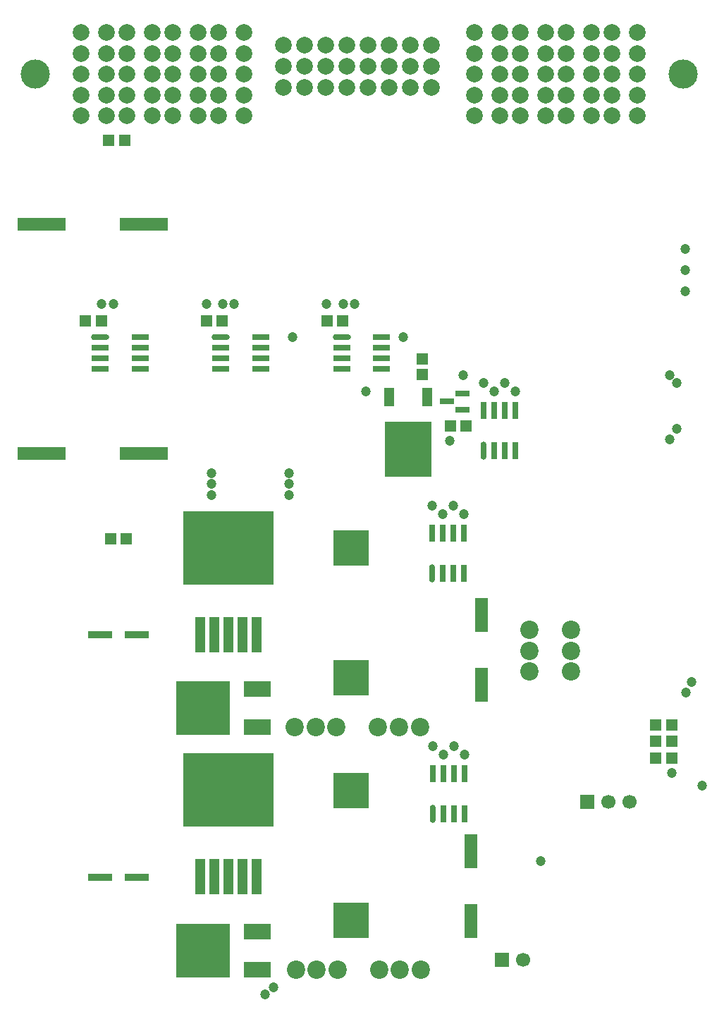
<source format=gts>
G04 Layer_Color=8388736*
%FSLAX44Y44*%
%MOMM*%
G71*
G01*
G75*
%ADD70R,1.3400X1.4000*%
%ADD71O,2.1500X0.7500*%
%ADD72R,2.1500X0.7500*%
%ADD73R,1.1500X2.3000*%
%ADD74R,5.7000X6.7000*%
%ADD75R,1.5000X4.1000*%
%ADD76R,2.9000X0.9000*%
%ADD77R,5.8000X1.5000*%
%ADD78R,1.4000X1.3400*%
%ADD79R,6.5000X6.5000*%
%ADD80R,3.3000X1.9000*%
%ADD81O,0.7500X2.1500*%
%ADD82R,0.7500X2.1500*%
%ADD83R,4.2000X4.2000*%
%ADD84R,1.7000X0.8000*%
%ADD85R,1.3000X4.3000*%
%ADD86R,10.9000X8.9000*%
%ADD87C,2.0000*%
%ADD88C,3.5000*%
%ADD89R,1.7000X1.7000*%
%ADD90C,1.7000*%
%ADD91C,2.2000*%
%ADD92C,1.2000*%
D70*
X534000Y779500D02*
D03*
Y760500D02*
D03*
D71*
X437000Y805000D02*
D03*
X147000D02*
D03*
X292000D02*
D03*
D72*
X437000Y792300D02*
D03*
Y779600D02*
D03*
Y766900D02*
D03*
X485000Y805000D02*
D03*
Y792300D02*
D03*
Y779600D02*
D03*
Y766900D02*
D03*
X147000Y792300D02*
D03*
Y779600D02*
D03*
Y766900D02*
D03*
X195000Y805000D02*
D03*
Y792300D02*
D03*
Y779600D02*
D03*
Y766900D02*
D03*
X292000Y792300D02*
D03*
Y779600D02*
D03*
Y766900D02*
D03*
X340000Y805000D02*
D03*
Y792300D02*
D03*
Y779600D02*
D03*
Y766900D02*
D03*
D73*
X539800Y733500D02*
D03*
X494200D02*
D03*
D74*
X517000Y670500D02*
D03*
D75*
X592000Y188000D02*
D03*
Y104000D02*
D03*
X605000Y388000D02*
D03*
Y472000D02*
D03*
D76*
X147000Y448000D02*
D03*
X191000D02*
D03*
Y157000D02*
D03*
X147000D02*
D03*
D77*
X76500Y941000D02*
D03*
X199500D02*
D03*
X76500Y666000D02*
D03*
X199500D02*
D03*
D78*
X438500Y825000D02*
D03*
X419500D02*
D03*
X293500D02*
D03*
X274500D02*
D03*
X148500Y825000D02*
D03*
X129500D02*
D03*
X567500Y699000D02*
D03*
X586500D02*
D03*
X833500Y340000D02*
D03*
X814500D02*
D03*
X833500Y320000D02*
D03*
X814500D02*
D03*
X833500Y300000D02*
D03*
X814500D02*
D03*
X176500Y1042000D02*
D03*
X157500D02*
D03*
X178500Y563000D02*
D03*
X159500D02*
D03*
D79*
X271000Y360000D02*
D03*
Y69000D02*
D03*
D80*
X336000Y383000D02*
D03*
Y337000D02*
D03*
Y92000D02*
D03*
Y46000D02*
D03*
D81*
X608000Y669000D02*
D03*
X546000Y522000D02*
D03*
X547000Y233000D02*
D03*
D82*
X620700Y669000D02*
D03*
X633400D02*
D03*
X646100D02*
D03*
X608000Y717000D02*
D03*
X620700D02*
D03*
X633400D02*
D03*
X646100D02*
D03*
X558700Y522000D02*
D03*
X571400D02*
D03*
X584100D02*
D03*
X546000Y570000D02*
D03*
X558700D02*
D03*
X571400D02*
D03*
X584100D02*
D03*
X559700Y233000D02*
D03*
X572400D02*
D03*
X585100D02*
D03*
X547000Y281000D02*
D03*
X559700D02*
D03*
X572400D02*
D03*
X585100D02*
D03*
D83*
X448000Y396250D02*
D03*
Y552250D02*
D03*
X448000Y105000D02*
D03*
Y261000D02*
D03*
D84*
X563500Y728000D02*
D03*
X582500Y737500D02*
D03*
Y718500D02*
D03*
D85*
X267000Y448500D02*
D03*
X284000D02*
D03*
X301000D02*
D03*
X318000D02*
D03*
X335000D02*
D03*
X267000Y157500D02*
D03*
X284000D02*
D03*
X301000D02*
D03*
X318000D02*
D03*
X335000D02*
D03*
D86*
X301000Y552500D02*
D03*
Y261500D02*
D03*
D87*
X545250Y1105200D02*
D03*
X494450D02*
D03*
X519850D02*
D03*
X418250Y1105400D02*
D03*
X367450D02*
D03*
X443650D02*
D03*
X469050D02*
D03*
X545250Y1130600D02*
D03*
X519850D02*
D03*
X469050D02*
D03*
X494450D02*
D03*
X392850Y1130800D02*
D03*
X367450D02*
D03*
X418250D02*
D03*
X443650D02*
D03*
Y1156200D02*
D03*
X418250D02*
D03*
X367450D02*
D03*
X392850D02*
D03*
X494450Y1156000D02*
D03*
X469050D02*
D03*
X519850D02*
D03*
X124350Y1071000D02*
D03*
Y1096000D02*
D03*
Y1121000D02*
D03*
Y1146000D02*
D03*
Y1171000D02*
D03*
X154350Y1071000D02*
D03*
Y1096000D02*
D03*
Y1171000D02*
D03*
Y1146000D02*
D03*
Y1121000D02*
D03*
X179350Y1071000D02*
D03*
Y1096000D02*
D03*
Y1121000D02*
D03*
Y1146000D02*
D03*
Y1171000D02*
D03*
X209350Y1071000D02*
D03*
Y1096000D02*
D03*
Y1171000D02*
D03*
Y1146000D02*
D03*
Y1121000D02*
D03*
X234350Y1071000D02*
D03*
Y1096000D02*
D03*
Y1121000D02*
D03*
Y1146000D02*
D03*
Y1171000D02*
D03*
X264350Y1071000D02*
D03*
Y1096000D02*
D03*
Y1171000D02*
D03*
Y1146000D02*
D03*
Y1121000D02*
D03*
X319350D02*
D03*
Y1146000D02*
D03*
Y1171000D02*
D03*
Y1096000D02*
D03*
Y1071000D02*
D03*
X289350Y1171000D02*
D03*
Y1146000D02*
D03*
Y1121000D02*
D03*
Y1096000D02*
D03*
Y1071000D02*
D03*
X761950D02*
D03*
Y1096000D02*
D03*
Y1121000D02*
D03*
Y1146000D02*
D03*
Y1171000D02*
D03*
X791950Y1071000D02*
D03*
Y1096000D02*
D03*
Y1171000D02*
D03*
Y1146000D02*
D03*
Y1121000D02*
D03*
X736950D02*
D03*
Y1146000D02*
D03*
Y1171000D02*
D03*
Y1096000D02*
D03*
Y1071000D02*
D03*
X706950Y1171000D02*
D03*
Y1146000D02*
D03*
Y1121000D02*
D03*
Y1096000D02*
D03*
Y1071000D02*
D03*
X681950Y1121000D02*
D03*
Y1146000D02*
D03*
Y1171000D02*
D03*
Y1096000D02*
D03*
Y1071000D02*
D03*
X651950Y1171000D02*
D03*
Y1146000D02*
D03*
Y1121000D02*
D03*
Y1096000D02*
D03*
Y1071000D02*
D03*
X626950Y1121000D02*
D03*
Y1146000D02*
D03*
Y1171000D02*
D03*
Y1096000D02*
D03*
Y1071000D02*
D03*
X596950Y1171000D02*
D03*
Y1146000D02*
D03*
Y1121000D02*
D03*
Y1096000D02*
D03*
Y1071000D02*
D03*
X545250Y1156000D02*
D03*
X392850Y1105400D02*
D03*
D88*
X846950Y1121000D02*
D03*
X69350D02*
D03*
D89*
X630000Y58000D02*
D03*
X732000Y247750D02*
D03*
D90*
X655400Y58000D02*
D03*
X757400Y247750D02*
D03*
X782800D02*
D03*
D91*
X407000Y46000D02*
D03*
X339000Y261250D02*
D03*
X301000D02*
D03*
X264000D02*
D03*
X339000Y233500D02*
D03*
X301500D02*
D03*
X264000D02*
D03*
Y289000D02*
D03*
X301500D02*
D03*
X339000D02*
D03*
X713000Y404000D02*
D03*
X339000Y580000D02*
D03*
X301500D02*
D03*
X382000Y46000D02*
D03*
X531000Y337000D02*
D03*
X532000Y46000D02*
D03*
X507000D02*
D03*
X482000D02*
D03*
X432000D02*
D03*
X381000Y337000D02*
D03*
X264000Y580000D02*
D03*
Y524500D02*
D03*
X301500D02*
D03*
X339000D02*
D03*
X264000Y552250D02*
D03*
X301000D02*
D03*
X339000D02*
D03*
X506000Y337000D02*
D03*
X481000D02*
D03*
X406000D02*
D03*
X663000Y454000D02*
D03*
Y429000D02*
D03*
Y404000D02*
D03*
X713000Y454000D02*
D03*
Y429000D02*
D03*
X431000Y337000D02*
D03*
D92*
X850000Y860000D02*
D03*
X857000Y391000D02*
D03*
X851000Y379000D02*
D03*
X850000Y886000D02*
D03*
Y911000D02*
D03*
X833500Y282500D02*
D03*
X571000Y603000D02*
D03*
X546000D02*
D03*
X558667Y593000D02*
D03*
X870000Y267000D02*
D03*
X583000Y760000D02*
D03*
X439000Y845000D02*
D03*
X453000D02*
D03*
X294000D02*
D03*
X308000D02*
D03*
X163000D02*
D03*
X149000D02*
D03*
X275000D02*
D03*
X419000D02*
D03*
X466000Y740000D02*
D03*
X584000Y593000D02*
D03*
X378000Y805000D02*
D03*
X511000D02*
D03*
X567000Y681000D02*
D03*
X512000Y691000D02*
D03*
X281000Y642000D02*
D03*
X374000D02*
D03*
Y616000D02*
D03*
X281000D02*
D03*
X281000Y629000D02*
D03*
X374000Y629000D02*
D03*
X676000Y176000D02*
D03*
X585000Y304000D02*
D03*
X559667D02*
D03*
X572000Y314000D02*
D03*
X547000D02*
D03*
X646000Y740000D02*
D03*
X608000Y750000D02*
D03*
X633000D02*
D03*
X620667Y740000D02*
D03*
X355000Y25000D02*
D03*
X345000Y16000D02*
D03*
X840000Y695000D02*
D03*
Y750000D02*
D03*
X831000Y760000D02*
D03*
Y683000D02*
D03*
M02*

</source>
